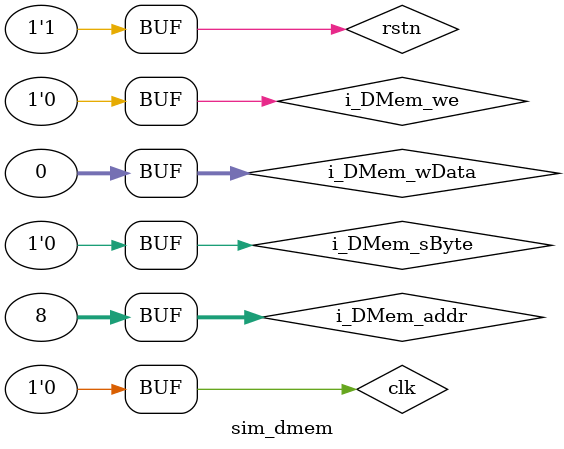
<source format=v>
`timescale 1ns / 1ps

module sim_dmem();
	reg clk, rstn, i_DMem_we, i_DMem_sByte;
	reg [31:0] i_DMem_addr;
	reg [31:0] i_DMem_wData;
	wire [31:0] o_DMem_rData;

	DataMemory dmem(
		.clk(clk),
		.rstn(rstn),
		.i_DMem_we(i_DMem_we),
		.i_DMem_sByte(i_DMem_sByte),
		.i_DMem_addr(i_DMem_addr),
		.i_DMem_wData(i_DMem_wData),
		.o_DMem_rData(o_DMem_rData)
		);

	initial begin
		clk = 0;
		rstn = 0;
		# 5
		clk = ~clk;
		rstn = ~rstn;
		# 5
		//                                                    read 4 t10
		clk = ~clk;
		i_DMem_we = 0;
		i_DMem_sByte = 0;
		i_DMem_addr = 32'h0000_0004;
		i_DMem_wData = 32'h0000_0000;
		#10
		clk = ~clk;
		#10
		//                                                    read 4 b t30
		clk = ~clk;
		i_DMem_we = 0;
		i_DMem_sByte = 1;
		i_DMem_addr = 32'h0000_0004;
		i_DMem_wData = 32'h0000_0000;
		#10
		clk = ~clk;
		#10
		//                                                    write 4 t50
		clk = ~clk;
		i_DMem_we = 1;
		i_DMem_sByte = 0;
		i_DMem_addr = 32'h0000_0004;
		i_DMem_wData = 32'h0000_0000;
		#10
		clk = ~clk;
		#10
		//                                                    read 4 t70
		clk = ~clk;
		i_DMem_we = 0;
		i_DMem_sByte = 0;
		i_DMem_addr = 32'h0000_0004;
		i_DMem_wData = 32'h0000_0000;
		#10
		clk = ~clk;
		#10
		//                                                    write 8 b t90
		clk = ~clk;
		i_DMem_we = 1;
		i_DMem_sByte = 1;
		i_DMem_addr = 32'h0000_0008;
		i_DMem_wData = 32'h0000_0000;
		#10
		clk = ~clk;
		#10
		//                                                    read 8
		clk = ~clk;
		i_DMem_we = 0;
		i_DMem_sByte = 0;
		i_DMem_addr = 32'h0000_0008;
		i_DMem_wData = 32'h0000_0000;
	end

endmodule

</source>
